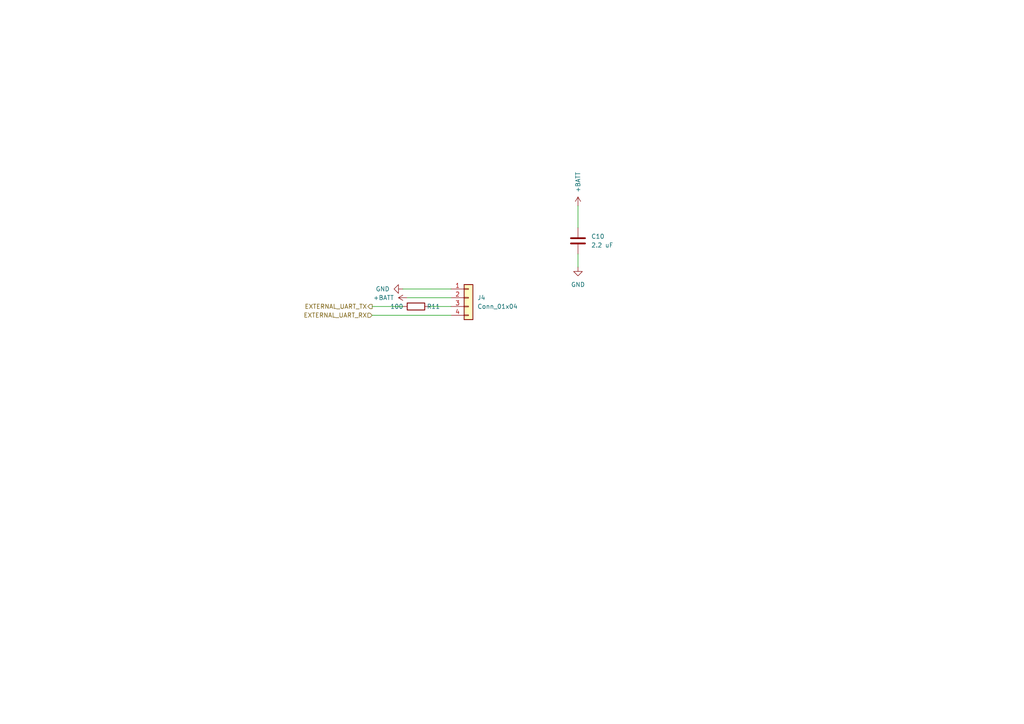
<source format=kicad_sch>
(kicad_sch (version 20230121) (generator eeschema)
  (paper "A4")
  (lib_symbols
    (symbol "Connector_Generic:Conn_01x04" (pin_names (offset 1.016) hide)
      (property "Reference" "J" (at 0 5.08 0))
      (property "Value" "Conn_01x04" (at 0 -7.62 0))
      (symbol "Conn_01x04_1_1"
        (rectangle (start -1.27 -4.953) (end 0 -5.207) (stroke (width 0.1524)))
        (rectangle (start -1.27 -2.413) (end 0 -2.667) (stroke (width 0.1524)))
        (rectangle (start -1.27 0.127) (end 0 -0.127) (stroke (width 0.1524)))
        (rectangle (start -1.27 2.667) (end 0 2.413) (stroke (width 0.1524)))
        (rectangle (start -1.27 3.81) (end 1.27 -6.35) (stroke (width 0.254)) (fill (type background)))
        (pin passive line (at -5.08 2.54 0) (length 3.81) (name "Pin_1") (number "1"))
        (pin passive line (at -5.08 0 0) (length 3.81) (name "Pin_2") (number "2"))
        (pin passive line (at -5.08 -2.54 0) (length 3.81) (name "Pin_3") (number "3"))
        (pin passive line (at -5.08 -5.08 0) (length 3.81) (name "Pin_4") (number "4"))
      )
    )
    (symbol "Device:C" (pin_numbers hide) (pin_names (offset 0.254))
      (property "Reference" "C" (at 0.635 2.54 0))
      (property "Value" "C" (at 0.635 -2.54 0))
      (symbol "C_0_1"
        (polyline (pts (xy -2.032 -0.762) (xy 2.032 -0.762)) (stroke (width 0.508)))
        (polyline (pts (xy -2.032 0.762) (xy 2.032 0.762)) (stroke (width 0.508)))
      )
      (symbol "C_1_1"
        (pin passive line (at 0 3.81 270) (length 2.794) (name "~") (number "1"))
        (pin passive line (at 0 -3.81 90) (length 2.794) (name "~") (number "2"))
      )
    )
    (symbol "Device:R" (pin_numbers hide) (pin_names (offset 0))
      (property "Reference" "R" (at 2.032 0 90))
      (property "Value" "R" (at 0 0 90))
      (symbol "R_0_1"
        (rectangle (start -1.016 -2.54) (end 1.016 2.54) (stroke (width 0.254)))
      )
      (symbol "R_1_1"
        (pin passive line (at 0 3.81 270) (length 1.27) (name "~") (number "1"))
        (pin passive line (at 0 -3.81 90) (length 1.27) (name "~") (number "2"))
      )
    )
    (symbol "power:+BATT" (power) (pin_names (offset 0))
      (property "Value" "+BATT" (at 0 3.556 0))
      (symbol "+BATT_0_1"
        (polyline (pts (xy -0.762 1.27) (xy 0 2.54)))
        (polyline (pts (xy 0 0) (xy 0 2.54)))
        (polyline (pts (xy 0 2.54) (xy 0.762 1.27)))
      )
      (symbol "+BATT_1_1"
        (pin power_in line (at 0 0 90) (length 0) hide (name "+BATT") (number "1"))
      )
    )
    (symbol "power:GND" (power) (pin_names (offset 0))
      (property "Value" "GND" (at 0 -3.81 0))
      (symbol "GND_0_1"
        (polyline (pts (xy 0 0) (xy 0 -1.27) (xy 1.27 -1.27) (xy 0 -2.54) (xy -1.27 -1.27) (xy 0 -1.27)))
      )
      (symbol "GND_1_1"
        (pin power_in line (at 0 0 270) (length 0) hide (name "GND") (number "1"))
      )
    )
  )
  (wire (pts (xy 124.46 88.9) (xy 130.81 88.9)))
  (wire (pts (xy 167.64 73.66) (xy 167.64 77.47)))
  (wire (pts (xy 107.95 91.44) (xy 130.81 91.44)))
  (wire (pts (xy 167.64 59.69) (xy 167.64 66.04)))
  (wire (pts (xy 118.11 86.36) (xy 130.81 86.36)))
  (wire (pts (xy 107.95 88.9) (xy 116.84 88.9)))
  (wire (pts (xy 116.84 83.82) (xy 130.81 83.82)))
  (hierarchical_label "EXTERNAL_UART_RX" (shape input) (at 107.95 91.44 180))
  (hierarchical_label "EXTERNAL_UART_TX" (shape output) (at 107.95 88.9 180))
  (symbol (lib_id "power:GND") (at 167.64 77.47 0) (unit 1)
    (property "Reference" "#PWR034" (effects hide))
    (property "Value" "GND" (at 167.64 82.55 0))
  )
  (symbol (lib_id "Device:R") (at 120.65 88.9 90) (unit 1)
    (property "Reference" "R11" (at 125.73 88.9 90))
    (property "Value" "100 " (at 115.57 88.9 90))
    (property "Footprint" "Resistor_SMD:R_0603_1608Metric" (effects hide))
  )
  (symbol (lib_id "Connector_Generic:Conn_01x04") (at 135.89 86.36 0) (unit 1)
    (property "Reference" "J4" (at 138.43 86.36 0) (effects (justify left)))
    (property "Value" "Conn_01x04" (at 138.43 88.9 0) (effects (justify left)))
    (property "Footprint" "Connector_PinHeader_2.54mm:PinHeader_1x04_P2.54mm_Vertical" (effects hide))
  )
  (symbol (lib_id "power:+BATT") (at 167.64 59.69 0) (unit 1)
    (property "Reference" "#PWR033" (effects hide))
    (property "Value" "+BATT" (at 167.64 55.88 90) (effects (justify left)))
  )
  (symbol (lib_id "power:+BATT") (at 118.11 86.36 90) (unit 1)
    (property "Reference" "#PWR022" (effects hide))
    (property "Value" "+BATT" (at 114.3 86.36 90) (effects (justify left)))
  )
  (symbol (lib_id "power:GND") (at 116.84 83.82 270) (unit 1)
    (property "Reference" "#PWR023" (effects hide))
    (property "Value" "GND" (at 113.03 83.82 90) (effects (justify right)))
  )
  (symbol (lib_id "Device:C") (at 167.64 69.85 0) (unit 1)
    (property "Reference" "C10" (at 171.45 68.58 0) (effects (justify left)))
    (property "Value" "2.2 uF" (at 171.45 71.12 0) (effects (justify left)))
    (property "Footprint" "Capacitor_SMD:C_0603_1608Metric" (effects hide))
  )
)
</source>
